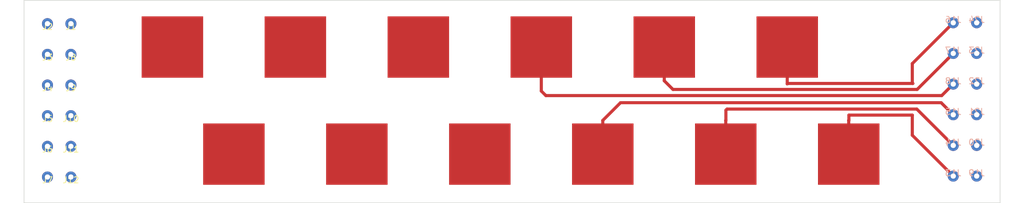
<source format=kicad_pcb>
(kicad_pcb (version 20171130) (host pcbnew "(5.0.2-5)-5")

  (general
    (thickness 1.6)
    (drawings 4)
    (tracks 31)
    (zones 0)
    (modules 36)
    (nets 25)
  )

  (page A4)
  (layers
    (0 F.Cu signal)
    (31 B.Cu signal)
    (32 B.Adhes user)
    (33 F.Adhes user)
    (34 B.Paste user)
    (35 F.Paste user)
    (36 B.SilkS user)
    (37 F.SilkS user)
    (38 B.Mask user)
    (39 F.Mask user)
    (40 Dwgs.User user)
    (41 Cmts.User user)
    (42 Eco1.User user)
    (43 Eco2.User user)
    (44 Edge.Cuts user)
    (45 Margin user)
    (46 B.CrtYd user)
    (47 F.CrtYd user)
    (48 B.Fab user)
    (49 F.Fab user)
  )

  (setup
    (last_trace_width 0.1524)
    (trace_clearance 0.1524)
    (zone_clearance 0.508)
    (zone_45_only no)
    (trace_min 0.1524)
    (segment_width 0.2)
    (edge_width 0.1)
    (via_size 0.508)
    (via_drill 0.254)
    (via_min_size 0.508)
    (via_min_drill 0.254)
    (uvia_size 0.3)
    (uvia_drill 0.1)
    (uvias_allowed no)
    (uvia_min_size 0.2)
    (uvia_min_drill 0.1)
    (pcb_text_width 0.3)
    (pcb_text_size 1.5 1.5)
    (mod_edge_width 0.15)
    (mod_text_size 1 1)
    (mod_text_width 0.15)
    (pad_size 1.8 1.8)
    (pad_drill 0.85)
    (pad_to_mask_clearance 0)
    (aux_axis_origin 0 0)
    (visible_elements FFFDFF7F)
    (pcbplotparams
      (layerselection 0x010fc_ffffffff)
      (usegerberextensions false)
      (usegerberattributes false)
      (usegerberadvancedattributes false)
      (creategerberjobfile false)
      (excludeedgelayer true)
      (linewidth 0.100000)
      (plotframeref false)
      (viasonmask false)
      (mode 1)
      (useauxorigin false)
      (hpglpennumber 1)
      (hpglpenspeed 20)
      (hpglpendiameter 15.000000)
      (psnegative false)
      (psa4output false)
      (plotreference true)
      (plotvalue true)
      (plotinvisibletext false)
      (padsonsilk false)
      (subtractmaskfromsilk false)
      (outputformat 1)
      (mirror false)
      (drillshape 1)
      (scaleselection 1)
      (outputdirectory ""))
  )

  (net 0 "")
  (net 1 "Net-(J1-Pad1)")
  (net 2 "Net-(J2-Pad1)")
  (net 3 "Net-(J3-Pad1)")
  (net 4 "Net-(J4-Pad1)")
  (net 5 "Net-(J5-Pad1)")
  (net 6 "Net-(J6-Pad1)")
  (net 7 "Net-(J7-Pad1)")
  (net 8 "Net-(J8-Pad1)")
  (net 9 "Net-(J9-Pad1)")
  (net 10 "Net-(J10-Pad1)")
  (net 11 "Net-(J11-Pad1)")
  (net 12 "Net-(J12-Pad1)")
  (net 13 "Net-(J13-Pad1)")
  (net 14 "Net-(J14-Pad1)")
  (net 15 "Net-(J15-Pad1)")
  (net 16 "Net-(J16-Pad1)")
  (net 17 "Net-(J17-Pad1)")
  (net 18 "Net-(J18-Pad1)")
  (net 19 "Net-(J19-Pad1)")
  (net 20 "Net-(J20-Pad1)")
  (net 21 "Net-(J21-Pad1)")
  (net 22 "Net-(J22-Pad1)")
  (net 23 "Net-(J23-Pad1)")
  (net 24 "Net-(J24-Pad1)")

  (net_class Default "This is the default net class."
    (clearance 0.1524)
    (trace_width 0.1524)
    (via_dia 0.508)
    (via_drill 0.254)
    (uvia_dia 0.3)
    (uvia_drill 0.1)
    (diff_pair_gap 1.524)
    (diff_pair_width 1.524)
    (add_net "Net-(J1-Pad1)")
    (add_net "Net-(J10-Pad1)")
    (add_net "Net-(J11-Pad1)")
    (add_net "Net-(J12-Pad1)")
    (add_net "Net-(J13-Pad1)")
    (add_net "Net-(J14-Pad1)")
    (add_net "Net-(J15-Pad1)")
    (add_net "Net-(J16-Pad1)")
    (add_net "Net-(J17-Pad1)")
    (add_net "Net-(J18-Pad1)")
    (add_net "Net-(J19-Pad1)")
    (add_net "Net-(J2-Pad1)")
    (add_net "Net-(J20-Pad1)")
    (add_net "Net-(J21-Pad1)")
    (add_net "Net-(J22-Pad1)")
    (add_net "Net-(J23-Pad1)")
    (add_net "Net-(J24-Pad1)")
    (add_net "Net-(J3-Pad1)")
    (add_net "Net-(J4-Pad1)")
    (add_net "Net-(J5-Pad1)")
    (add_net "Net-(J6-Pad1)")
    (add_net "Net-(J7-Pad1)")
    (add_net "Net-(J8-Pad1)")
    (add_net "Net-(J9-Pad1)")
  )

  (module touch:hole30AWG (layer B.Cu) (tedit 5D085FEB) (tstamp 5D4CF3E9)
    (at 165.1 33.821182)
    (path /5D0841D8)
    (fp_text reference J20 (at 0 -0.5) (layer B.SilkS)
      (effects (font (size 1 1) (thickness 0.15)) (justify mirror))
    )
    (fp_text value Conn_01x01_Female (at 0 0.5) (layer B.Fab)
      (effects (font (size 1 1) (thickness 0.15)) (justify mirror))
    )
    (pad 1 thru_hole circle (at 0 0) (size 1.8 1.8) (drill 0.85) (layers *.Cu *.Mask)
      (net 20 "Net-(J20-Pad1)"))
  )

  (module touch:hole30AWG (layer B.Cu) (tedit 5D08600A) (tstamp 5D4CF3E5)
    (at 165.1 18.821182)
    (path /5D08421A)
    (fp_text reference J23 (at 0 -0.5) (layer B.SilkS)
      (effects (font (size 1 1) (thickness 0.15)) (justify mirror))
    )
    (fp_text value Conn_01x01_Female (at 0 0.5) (layer B.Fab)
      (effects (font (size 1 1) (thickness 0.15)) (justify mirror))
    )
    (pad 1 thru_hole circle (at 0 0) (size 1.8 1.8) (drill 0.85) (layers *.Cu *.Mask)
      (net 23 "Net-(J23-Pad1)"))
  )

  (module touch:hole30AWG (layer B.Cu) (tedit 5D085FB8) (tstamp 5D4CF3E1)
    (at 161.29 18.821182)
    (path /5D084213)
    (fp_text reference J17 (at 0 -0.5) (layer B.SilkS)
      (effects (font (size 1 1) (thickness 0.15)) (justify mirror))
    )
    (fp_text value Conn_01x01_Female (at 0 0.5) (layer B.Fab)
      (effects (font (size 1 1) (thickness 0.15)) (justify mirror))
    )
    (pad 1 thru_hole circle (at 0 0) (size 1.8 1.8) (drill 0.85) (layers *.Cu *.Mask)
      (net 17 "Net-(J17-Pad1)"))
  )

  (module touch:hole30AWG (layer B.Cu) (tedit 5D085F53) (tstamp 5D4CF3DD)
    (at 161.29 33.821182)
    (path /5D0841D1)
    (fp_text reference J14 (at 0 -0.5) (layer B.SilkS)
      (effects (font (size 1 1) (thickness 0.15)) (justify mirror))
    )
    (fp_text value Conn_01x01_Female (at 0 0.5) (layer B.Fab)
      (effects (font (size 1 1) (thickness 0.15)) (justify mirror))
    )
    (pad 1 thru_hole circle (at 0 0) (size 1.8 1.8) (drill 0.85) (layers *.Cu *.Mask)
      (net 14 "Net-(J14-Pad1)"))
  )

  (module touch:hole30AWG (layer B.Cu) (tedit 5D086077) (tstamp 5D4CF3D9)
    (at 161.29 13.821182)
    (path /5D0841FD)
    (fp_text reference J16 (at 0 -0.5) (layer B.SilkS)
      (effects (font (size 1 1) (thickness 0.15)) (justify mirror))
    )
    (fp_text value Conn_01x01_Female (at 0 0.5) (layer B.Fab)
      (effects (font (size 1 1) (thickness 0.15)) (justify mirror))
    )
    (pad 1 thru_hole circle (at 0 0) (size 1.8 1.8) (drill 0.85) (layers *.Cu *.Mask)
      (net 16 "Net-(J16-Pad1)"))
  )

  (module touch:hole30AWG (layer B.Cu) (tedit 5D0867CE) (tstamp 5D4CF3D5)
    (at 161.29 28.821182)
    (path /5D0841E7)
    (fp_text reference J15 (at 0 -0.5) (layer B.SilkS)
      (effects (font (size 1 1) (thickness 0.15)) (justify mirror))
    )
    (fp_text value Conn_01x01_Female (at 0 0.5) (layer B.Fab)
      (effects (font (size 1 1) (thickness 0.15)) (justify mirror))
    )
    (pad 1 thru_hole circle (at 0 0) (size 1.8 1.8) (drill 0.85) (layers *.Cu *.Mask)
      (net 15 "Net-(J15-Pad1)"))
  )

  (module touch:hole30AWG (layer B.Cu) (tedit 5D086081) (tstamp 5D4CF3D1)
    (at 161.29 23.821182)
    (path /5D084229)
    (fp_text reference J18 (at 0 -0.5) (layer B.SilkS)
      (effects (font (size 1 1) (thickness 0.15)) (justify mirror))
    )
    (fp_text value Conn_01x01_Female (at 0 0.5) (layer B.Fab)
      (effects (font (size 1 1) (thickness 0.15)) (justify mirror))
    )
    (pad 1 thru_hole circle (at 0 0) (size 1.8 1.8) (drill 0.85) (layers *.Cu *.Mask)
      (net 18 "Net-(J18-Pad1)"))
  )

  (module touch:hole30AWG (layer B.Cu) (tedit 5D0867C6) (tstamp 5D4CF3CD)
    (at 161.29 38.821182)
    (path /5D0841BB)
    (fp_text reference J13 (at 0 -0.5) (layer B.SilkS)
      (effects (font (size 1 1) (thickness 0.15)) (justify mirror))
    )
    (fp_text value Conn_01x01_Female (at 0 0.5) (layer B.Fab)
      (effects (font (size 1 1) (thickness 0.15)) (justify mirror))
    )
    (pad 1 thru_hole circle (at 0 0) (size 1.8 1.8) (drill 0.85) (layers *.Cu *.Mask)
      (net 13 "Net-(J13-Pad1)"))
  )

  (module touch:hole30AWG (layer B.Cu) (tedit 5D085FE2) (tstamp 5D4CF3C9)
    (at 165.1 38.821182)
    (path /5D0841C2)
    (fp_text reference J19 (at 0 -0.5) (layer B.SilkS)
      (effects (font (size 1 1) (thickness 0.15)) (justify mirror))
    )
    (fp_text value Conn_01x01_Female (at 0 0.5) (layer B.Fab)
      (effects (font (size 1 1) (thickness 0.15)) (justify mirror))
    )
    (pad 1 thru_hole circle (at 0 0) (size 1.8 1.8) (drill 0.85) (layers *.Cu *.Mask)
      (net 19 "Net-(J19-Pad1)"))
  )

  (module touch:hole30AWG (layer B.Cu) (tedit 5D085FF4) (tstamp 5D4CF3C5)
    (at 165.1 28.821182)
    (path /5D0841EE)
    (fp_text reference J21 (at 0 -0.5) (layer B.SilkS)
      (effects (font (size 1 1) (thickness 0.15)) (justify mirror))
    )
    (fp_text value Conn_01x01_Female (at 0 0.5) (layer B.Fab)
      (effects (font (size 1 1) (thickness 0.15)) (justify mirror))
    )
    (pad 1 thru_hole circle (at 0 0) (size 1.8 1.8) (drill 0.85) (layers *.Cu *.Mask)
      (net 21 "Net-(J21-Pad1)"))
  )

  (module touch:hole30AWG (layer B.Cu) (tedit 5D086013) (tstamp 5D4CF3C1)
    (at 165.1 13.821182)
    (path /5D084230)
    (fp_text reference J24 (at 0 -0.5) (layer B.SilkS)
      (effects (font (size 1 1) (thickness 0.15)) (justify mirror))
    )
    (fp_text value Conn_01x01_Female (at 0 0.5) (layer B.Fab)
      (effects (font (size 1 1) (thickness 0.15)) (justify mirror))
    )
    (pad 1 thru_hole circle (at 0 0) (size 1.8 1.8) (drill 0.85) (layers *.Cu *.Mask)
      (net 24 "Net-(J24-Pad1)"))
  )

  (module touch:hole30AWG (layer B.Cu) (tedit 5D086002) (tstamp 5D4CF3BD)
    (at 165.1 23.821182)
    (path /5D084204)
    (fp_text reference J22 (at 0 -0.5) (layer B.SilkS)
      (effects (font (size 1 1) (thickness 0.15)) (justify mirror))
    )
    (fp_text value Conn_01x01_Female (at 0 0.5) (layer B.Fab)
      (effects (font (size 1 1) (thickness 0.15)) (justify mirror))
    )
    (pad 1 thru_hole circle (at 0 0) (size 1.8 1.8) (drill 0.85) (layers *.Cu *.Mask)
      (net 22 "Net-(J22-Pad1)"))
  )

  (module touch:hole30AWG (layer F.Cu) (tedit 5D085E12) (tstamp 5D4CF174)
    (at 13.97 38.97)
    (path /5D083F66)
    (fp_text reference J7 (at 0 0.5) (layer F.SilkS)
      (effects (font (size 1 1) (thickness 0.15)))
    )
    (fp_text value Conn_01x01_Female (at 0 -0.5) (layer F.Fab)
      (effects (font (size 1 1) (thickness 0.15)))
    )
    (pad 1 thru_hole circle (at 0 0) (size 1.8 1.8) (drill 0.85) (layers *.Cu *.Mask)
      (net 7 "Net-(J7-Pad1)"))
  )

  (module touch:hole30AWG (layer F.Cu) (tedit 5D085E04) (tstamp 5D4CF170)
    (at 13.97 33.97)
    (path /5D083F50)
    (fp_text reference J6 (at 0 0.5) (layer F.SilkS)
      (effects (font (size 1 1) (thickness 0.15)))
    )
    (fp_text value Conn_01x01_Female (at 0 -0.5) (layer F.Fab)
      (effects (font (size 1 1) (thickness 0.15)))
    )
    (pad 1 thru_hole circle (at 0 0) (size 1.8 1.8) (drill 0.85) (layers *.Cu *.Mask)
      (net 6 "Net-(J6-Pad1)"))
  )

  (module touch:hole30AWG (layer F.Cu) (tedit 5D084658) (tstamp 5D4CF16C)
    (at 13.97 28.97)
    (path /5D083E2F)
    (fp_text reference J5 (at 0 0.5) (layer F.SilkS)
      (effects (font (size 1 1) (thickness 0.15)))
    )
    (fp_text value Conn_01x01_Female (at 0 -0.5) (layer F.Fab)
      (effects (font (size 1 1) (thickness 0.15)))
    )
    (pad 1 thru_hole circle (at 0 0) (size 1.8 1.8) (drill 0.85) (layers *.Cu *.Mask)
      (net 5 "Net-(J5-Pad1)"))
  )

  (module touch:hole30AWG (layer F.Cu) (tedit 5D085DEE) (tstamp 5D4CF168)
    (at 13.97 23.97)
    (path /5D083E19)
    (fp_text reference J4 (at 0 0.5) (layer F.SilkS)
      (effects (font (size 1 1) (thickness 0.15)))
    )
    (fp_text value \ (at 0 -0.5) (layer F.Fab)
      (effects (font (size 1 1) (thickness 0.15)))
    )
    (pad 1 thru_hole circle (at 0 0) (size 1.8 1.8) (drill 0.85) (layers *.Cu *.Mask)
      (net 4 "Net-(J4-Pad1)"))
  )

  (module touch:hole30AWG (layer F.Cu) (tedit 5D085DCB) (tstamp 5D4CF164)
    (at 13.97 18.97)
    (path /5D083CF7)
    (fp_text reference J3 (at 0 0.5) (layer F.SilkS)
      (effects (font (size 1 1) (thickness 0.15)))
    )
    (fp_text value Conn_01x01_Female (at 0 -0.5) (layer F.Fab)
      (effects (font (size 1 1) (thickness 0.15)))
    )
    (pad 1 thru_hole circle (at 0 0) (size 1.8 1.8) (drill 0.85) (layers *.Cu *.Mask)
      (net 3 "Net-(J3-Pad1)"))
  )

  (module touch:hole30AWG (layer F.Cu) (tedit 5D085EA5) (tstamp 5D4CF07B)
    (at 17.78 38.97)
    (path /5D083F5F)
    (fp_text reference J12 (at 0 0.5) (layer F.SilkS)
      (effects (font (size 1 1) (thickness 0.15)))
    )
    (fp_text value Conn_01x01_Female (at 0 -0.5) (layer F.Fab)
      (effects (font (size 1 1) (thickness 0.15)))
    )
    (pad 1 thru_hole circle (at 0 0) (size 1.8 1.8) (drill 0.85) (layers *.Cu *.Mask)
      (net 12 "Net-(J12-Pad1)"))
  )

  (module touch:hole30AWG (layer F.Cu) (tedit 5D085E98) (tstamp 5D4CF077)
    (at 17.78 33.97)
    (path /5D083F49)
    (fp_text reference J11 (at 0 0.5) (layer F.SilkS)
      (effects (font (size 1 1) (thickness 0.15)))
    )
    (fp_text value Conn_01x01_Female (at 0 -0.5) (layer F.Fab)
      (effects (font (size 1 1) (thickness 0.15)))
    )
    (pad 1 thru_hole circle (at 0 0) (size 1.8 1.8) (drill 0.85) (layers *.Cu *.Mask)
      (net 11 "Net-(J11-Pad1)"))
  )

  (module touch:hole30AWG (layer F.Cu) (tedit 5D085E8A) (tstamp 5D4CF073)
    (at 17.78 28.97)
    (path /5D083E28)
    (fp_text reference J10 (at 0 0.5) (layer F.SilkS)
      (effects (font (size 1 1) (thickness 0.15)))
    )
    (fp_text value Conn_01x01_Female (at 0 -0.5) (layer F.Fab)
      (effects (font (size 1 1) (thickness 0.15)))
    )
    (pad 1 thru_hole circle (at 0 0) (size 1.8 1.8) (drill 0.85) (layers *.Cu *.Mask)
      (net 10 "Net-(J10-Pad1)"))
  )

  (module touch:hole30AWG (layer F.Cu) (tedit 5D085E7B) (tstamp 5D4CF06F)
    (at 17.78 23.97)
    (path /5D083E12)
    (fp_text reference J9 (at 0 0.5) (layer F.SilkS)
      (effects (font (size 1 1) (thickness 0.15)))
    )
    (fp_text value Conn_01x01_Female (at 0 -0.5) (layer F.Fab)
      (effects (font (size 1 1) (thickness 0.15)))
    )
    (pad 1 thru_hole circle (at 0 0) (size 1.8 1.8) (drill 0.85) (layers *.Cu *.Mask)
      (net 9 "Net-(J9-Pad1)"))
  )

  (module touch:hole30AWG (layer F.Cu) (tedit 5D085E64) (tstamp 5D4CF06B)
    (at 17.78 18.97)
    (path /5D083CF0)
    (fp_text reference J8 (at 0 0.5) (layer F.SilkS)
      (effects (font (size 1 1) (thickness 0.15)))
    )
    (fp_text value Conn_01x01_Female (at 0 -0.5) (layer F.Fab)
      (effects (font (size 1 1) (thickness 0.15)))
    )
    (pad 1 thru_hole circle (at 0 0) (size 1.8 1.8) (drill 0.85) (layers *.Cu *.Mask)
      (net 8 "Net-(J8-Pad1)"))
  )

  (module touch:hole30AWG (layer F.Cu) (tedit 5D085DB1) (tstamp 5D4CD96E)
    (at 13.97 13.97)
    (path /5D0239F0)
    (fp_text reference J2 (at 0 0.5) (layer F.SilkS)
      (effects (font (size 1 1) (thickness 0.15)))
    )
    (fp_text value Conn_01x01_Female (at 0 -0.5) (layer F.Fab)
      (effects (font (size 1 1) (thickness 0.15)))
    )
    (pad 1 thru_hole circle (at 0 0) (size 1.8 1.8) (drill 0.85) (layers *.Cu *.Mask)
      (net 2 "Net-(J2-Pad1)"))
  )

  (module touch:Touch_Pad_10x10mm (layer F.Cu) (tedit 5D085C63) (tstamp 5D4CEC94)
    (at 34.29 17.78)
    (descr "SMD rectangular pad as test Point, square 4.0mm side length")
    (tags "touch point SMD pad rectangle square")
    (path /5CFD8ABE)
    (attr virtual)
    (fp_text reference TP1 (at 0 0) (layer F.SilkS) hide
      (effects (font (size 1 1) (thickness 0.15)))
    )
    (fp_text value TestPoint (at 0 3.1) (layer F.Fab)
      (effects (font (size 1 1) (thickness 0.15)))
    )
    (pad 1 smd rect (at 0 0) (size 10 10) (layers F.Cu F.Mask)
      (net 1 "Net-(J1-Pad1)"))
  )

  (module touch:Touch_Pad_10x10mm (layer F.Cu) (tedit 5D0857CF) (tstamp 5D4CEE24)
    (at 144.29 35.24)
    (descr "SMD rectangular pad as test Point, square 4.0mm side length")
    (tags "touch point SMD pad rectangle square")
    (path /5D0841B4)
    (attr virtual)
    (fp_text reference TP7 (at 0 0) (layer F.SilkS) hide
      (effects (font (size 1 1) (thickness 0.15)))
    )
    (fp_text value TestPoint (at 0 3.1) (layer F.Fab)
      (effects (font (size 1 1) (thickness 0.15)))
    )
    (pad 1 smd rect (at 0 0) (size 10 10) (layers F.Cu F.Mask)
      (net 13 "Net-(J13-Pad1)"))
  )

  (module touch:Touch_Pad_10x10mm (layer F.Cu) (tedit 5D0857D9) (tstamp 5D4CEE20)
    (at 124.29 35.24)
    (descr "SMD rectangular pad as test Point, square 4.0mm side length")
    (tags "touch point SMD pad rectangle square")
    (path /5D0841CA)
    (attr virtual)
    (fp_text reference TP8 (at 0 0) (layer F.SilkS) hide
      (effects (font (size 1 1) (thickness 0.15)))
    )
    (fp_text value TestPoint (at 0 3.1) (layer F.Fab)
      (effects (font (size 1 1) (thickness 0.15)))
    )
    (pad 1 smd rect (at 0 0) (size 10 10) (layers F.Cu F.Mask)
      (net 14 "Net-(J14-Pad1)"))
  )

  (module touch:Touch_Pad_10x10mm (layer F.Cu) (tedit 5D0857E0) (tstamp 5D4CEE1C)
    (at 104.29 35.24)
    (descr "SMD rectangular pad as test Point, square 4.0mm side length")
    (tags "touch point SMD pad rectangle square")
    (path /5D0841E0)
    (attr virtual)
    (fp_text reference TP9 (at 0 0) (layer F.SilkS) hide
      (effects (font (size 1 1) (thickness 0.15)))
    )
    (fp_text value TestPoint (at 0 3.1) (layer F.Fab)
      (effects (font (size 1 1) (thickness 0.15)))
    )
    (pad 1 smd rect (at 0 0) (size 10 10) (layers F.Cu F.Mask)
      (net 15 "Net-(J15-Pad1)"))
  )

  (module touch:Touch_Pad_10x10mm (layer F.Cu) (tedit 5D0857A2) (tstamp 5D4CEE18)
    (at 84.29 35.24)
    (descr "SMD rectangular pad as test Point, square 4.0mm side length")
    (tags "touch point SMD pad rectangle square")
    (path /5D083F58)
    (attr virtual)
    (fp_text reference TP6 (at 0 0) (layer F.SilkS) hide
      (effects (font (size 1 1) (thickness 0.15)))
    )
    (fp_text value TestPoint (at 0 3.1) (layer F.Fab)
      (effects (font (size 1 1) (thickness 0.15)))
    )
    (pad 1 smd rect (at 0 0) (size 10 10) (layers F.Cu F.Mask)
      (net 12 "Net-(J12-Pad1)"))
  )

  (module touch:Touch_Pad_10x10mm (layer F.Cu) (tedit 5D08578B) (tstamp 5D4CEE14)
    (at 64.29 35.24)
    (descr "SMD rectangular pad as test Point, square 4.0mm side length")
    (tags "touch point SMD pad rectangle square")
    (path /5D083F42)
    (attr virtual)
    (fp_text reference TP5 (at 0 0) (layer F.SilkS) hide
      (effects (font (size 1 1) (thickness 0.15)))
    )
    (fp_text value TestPoint (at 0 3.1) (layer F.Fab)
      (effects (font (size 1 1) (thickness 0.15)))
    )
    (pad 1 smd rect (at 0 0) (size 10 10) (layers F.Cu F.Mask)
      (net 11 "Net-(J11-Pad1)"))
  )

  (module touch:Touch_Pad_10x10mm (layer F.Cu) (tedit 5D08579B) (tstamp 5D4CEE10)
    (at 44.29 35.24)
    (descr "SMD rectangular pad as test Point, square 4.0mm side length")
    (tags "touch point SMD pad rectangle square")
    (path /5D083E21)
    (attr virtual)
    (fp_text reference TP4 (at 0 0) (layer F.SilkS) hide
      (effects (font (size 1 1) (thickness 0.15)))
    )
    (fp_text value TestPoint (at 0 3.1) (layer F.Fab)
      (effects (font (size 1 1) (thickness 0.15)))
    )
    (pad 1 smd rect (at 0 0) (size 10 10) (layers F.Cu F.Mask)
      (net 10 "Net-(J10-Pad1)"))
  )

  (module touch:Touch_Pad_10x10mm (layer F.Cu) (tedit 5D0857E8) (tstamp 5D4CEE0C)
    (at 134.29 17.78)
    (descr "SMD rectangular pad as test Point, square 4.0mm side length")
    (tags "touch point SMD pad rectangle square")
    (path /5D0841F6)
    (attr virtual)
    (fp_text reference TP10 (at 0 0) (layer F.SilkS) hide
      (effects (font (size 1 1) (thickness 0.15)))
    )
    (fp_text value TestPoint (at 0 3.1) (layer F.Fab)
      (effects (font (size 1 1) (thickness 0.15)))
    )
    (pad 1 smd rect (at 0 0) (size 10 10) (layers F.Cu F.Mask)
      (net 16 "Net-(J16-Pad1)"))
  )

  (module touch:Touch_Pad_10x10mm (layer F.Cu) (tedit 5D0857F0) (tstamp 5D4CEE08)
    (at 114.29 17.78)
    (descr "SMD rectangular pad as test Point, square 4.0mm side length")
    (tags "touch point SMD pad rectangle square")
    (path /5D08420C)
    (attr virtual)
    (fp_text reference TP11 (at 0 0) (layer F.SilkS) hide
      (effects (font (size 1 1) (thickness 0.15)))
    )
    (fp_text value TestPoint (at 0 3.1) (layer F.Fab)
      (effects (font (size 1 1) (thickness 0.15)))
    )
    (pad 1 smd rect (at 0 0) (size 10 10) (layers F.Cu F.Mask)
      (net 17 "Net-(J17-Pad1)"))
  )

  (module touch:Touch_Pad_10x10mm (layer F.Cu) (tedit 5D0857FA) (tstamp 5D4CEE04)
    (at 94.29 17.78)
    (descr "SMD rectangular pad as test Point, square 4.0mm side length")
    (tags "touch point SMD pad rectangle square")
    (path /5D084222)
    (attr virtual)
    (fp_text reference TP12 (at 0 0) (layer F.SilkS) hide
      (effects (font (size 1 1) (thickness 0.15)))
    )
    (fp_text value TestPoint (at 0 3.1) (layer F.Fab)
      (effects (font (size 1 1) (thickness 0.15)))
    )
    (pad 1 smd rect (at 0 0) (size 10 10) (layers F.Cu F.Mask)
      (net 18 "Net-(J18-Pad1)"))
  )

  (module touch:Touch_Pad_10x10mm (layer F.Cu) (tedit 5D085C78) (tstamp 5D4CEE00)
    (at 74.29 17.78)
    (descr "SMD rectangular pad as test Point, square 4.0mm side length")
    (tags "touch point SMD pad rectangle square")
    (path /5D083E0B)
    (attr virtual)
    (fp_text reference TP3 (at 0 0) (layer F.SilkS) hide
      (effects (font (size 1 1) (thickness 0.15)))
    )
    (fp_text value TestPoint (at 0 3.1) (layer F.Fab)
      (effects (font (size 1 1) (thickness 0.15)))
    )
    (pad 1 smd rect (at 0 0) (size 10 10) (layers F.Cu F.Mask)
      (net 9 "Net-(J9-Pad1)"))
  )

  (module touch:Touch_Pad_10x10mm (layer F.Cu) (tedit 5D08585D) (tstamp 5D4CEDFC)
    (at 54.29 17.78)
    (descr "SMD rectangular pad as test Point, square 4.0mm side length")
    (tags "touch point SMD pad rectangle square")
    (path /5D083CE9)
    (attr virtual)
    (fp_text reference TP2 (at 0 0) (layer F.SilkS) hide
      (effects (font (size 1 1) (thickness 0.15)))
    )
    (fp_text value TestPoint (at 0 3.1) (layer F.Fab)
      (effects (font (size 1 1) (thickness 0.15)))
    )
    (pad 1 smd rect (at 0 0) (size 10 10) (layers F.Cu F.Mask)
      (net 8 "Net-(J8-Pad1)"))
  )

  (module touch:hole30AWG (layer F.Cu) (tedit 5D085D90) (tstamp 5D4CD996)
    (at 17.78 13.97)
    (path /5D02263C)
    (fp_text reference J1 (at 0 0.5) (layer F.SilkS)
      (effects (font (size 1 1) (thickness 0.15)))
    )
    (fp_text value Conn_01x01_Female (at 0 -0.5) (layer F.Fab)
      (effects (font (size 1 1) (thickness 0.15)))
    )
    (pad 1 thru_hole circle (at 0 0) (size 1.8 1.8) (drill 0.85) (layers *.Cu *.Mask)
      (net 1 "Net-(J1-Pad1)"))
  )

  (gr_line (start 168.91 10.16) (end 10.16 10.16) (layer Edge.Cuts) (width 0.1))
  (gr_line (start 168.91 43.18) (end 168.91 10.16) (layer Edge.Cuts) (width 0.1))
  (gr_line (start 10.16 43.18) (end 168.91 43.18) (layer Edge.Cuts) (width 0.1))
  (gr_line (start 10.16 10.16) (end 10.16 43.18) (layer Edge.Cuts) (width 0.1))

  (segment (start 154.63012 32.161302) (end 161.29 38.821182) (width 0.5) (layer F.Cu) (net 13))
  (segment (start 154.63012 28.87472) (end 154.63012 32.161302) (width 0.5) (layer F.Cu) (net 13))
  (segment (start 144.31772 29.71228) (end 144.31772 28.87472) (width 0.5) (layer F.Cu) (net 13))
  (segment (start 144.29 29.74) (end 144.31772 29.71228) (width 0.5) (layer F.Cu) (net 13))
  (segment (start 144.31772 28.87472) (end 154.63012 28.87472) (width 0.5) (layer F.Cu) (net 13))
  (segment (start 144.29 35.24) (end 144.29 29.74) (width 0.5) (layer F.Cu) (net 13))
  (segment (start 124.29 29.74) (end 124.31268 29.71732) (width 0.5) (layer F.Cu) (net 14))
  (segment (start 124.29 35.24) (end 124.29 29.74) (width 0.5) (layer F.Cu) (net 14))
  (segment (start 124.31268 29.71732) (end 124.31268 28.07716) (width 0.5) (layer F.Cu) (net 14))
  (segment (start 124.31268 28.07716) (end 124.49556 27.89428) (width 0.5) (layer F.Cu) (net 14))
  (segment (start 155.363098 27.89428) (end 161.29 33.821182) (width 0.5) (layer F.Cu) (net 14))
  (segment (start 124.49556 27.89428) (end 155.363098 27.89428) (width 0.5) (layer F.Cu) (net 14))
  (segment (start 104.29 29.74) (end 107.17204 26.85796) (width 0.5) (layer F.Cu) (net 15))
  (segment (start 104.29 35.24) (end 104.29 29.74) (width 0.5) (layer F.Cu) (net 15))
  (segment (start 159.326778 26.85796) (end 161.29 28.821182) (width 0.5) (layer F.Cu) (net 15))
  (segment (start 107.17204 26.85796) (end 159.326778 26.85796) (width 0.5) (layer F.Cu) (net 15))
  (segment (start 154.63012 23.63216) (end 154.63012 20.481062) (width 0.5) (layer F.Cu) (net 16))
  (segment (start 154.71648 23.71852) (end 154.63012 23.63216) (width 0.5) (layer F.Cu) (net 16))
  (segment (start 134.35584 23.71852) (end 154.71648 23.71852) (width 0.5) (layer F.Cu) (net 16))
  (segment (start 134.29 23.78436) (end 134.35584 23.71852) (width 0.5) (layer F.Cu) (net 16))
  (segment (start 154.63012 20.481062) (end 161.29 13.821182) (width 0.5) (layer F.Cu) (net 16))
  (segment (start 134.29 17.78) (end 134.29 23.78436) (width 0.5) (layer F.Cu) (net 16))
  (segment (start 160.390001 19.721181) (end 161.29 18.821182) (width 0.5) (layer F.Cu) (net 17))
  (segment (start 155.417302 24.69388) (end 160.390001 19.721181) (width 0.5) (layer F.Cu) (net 17))
  (segment (start 115.70388 24.69388) (end 155.417302 24.69388) (width 0.5) (layer F.Cu) (net 17))
  (segment (start 114.29 23.28) (end 115.70388 24.69388) (width 0.5) (layer F.Cu) (net 17))
  (segment (start 114.29 17.78) (end 114.29 23.28) (width 0.5) (layer F.Cu) (net 17))
  (segment (start 95.03156 25.69464) (end 159.416542 25.69464) (width 0.5) (layer F.Cu) (net 18))
  (segment (start 159.416542 25.69464) (end 161.29 23.821182) (width 0.5) (layer F.Cu) (net 18))
  (segment (start 94.29 24.95308) (end 95.03156 25.69464) (width 0.5) (layer F.Cu) (net 18))
  (segment (start 94.29 17.78) (end 94.29 24.95308) (width 0.5) (layer F.Cu) (net 18))

)

</source>
